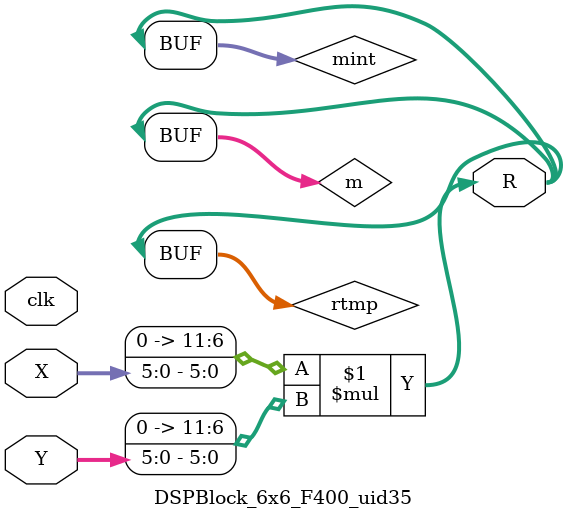
<source format=v>
/* Generated by Yosys 0.12 (git sha1 UNKNOWN, gcc 11.1.0 -march=x86-64 -mtune=generic -O2 -fno-plt -fPIC -Os) */

module DSPBlock_6x6_F400_uid35(clk, X, Y, R);
  wire [11:0] _0_;
  output [11:0] R;
  input [5:0] X;
  input [5:0] Y;
  input clk;
  wire [11:0] m;
  wire [11:0] mint;
  wire [11:0] rtmp;
  assign _0_ = $signed({ 6'h00, X }) * $signed({ 6'h00, Y });
  assign mint = _0_;
  assign m = mint;
  assign rtmp = m;
  assign R = rtmp;
endmodule

</source>
